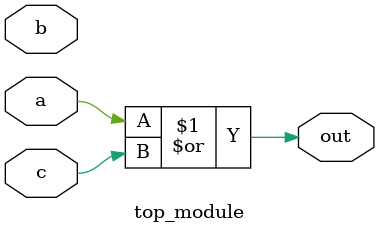
<source format=sv>
module top_module(
	input a, 
	input b,
	input c,
	output out
);
  
  assign out = a | c;
  
endmodule

</source>
